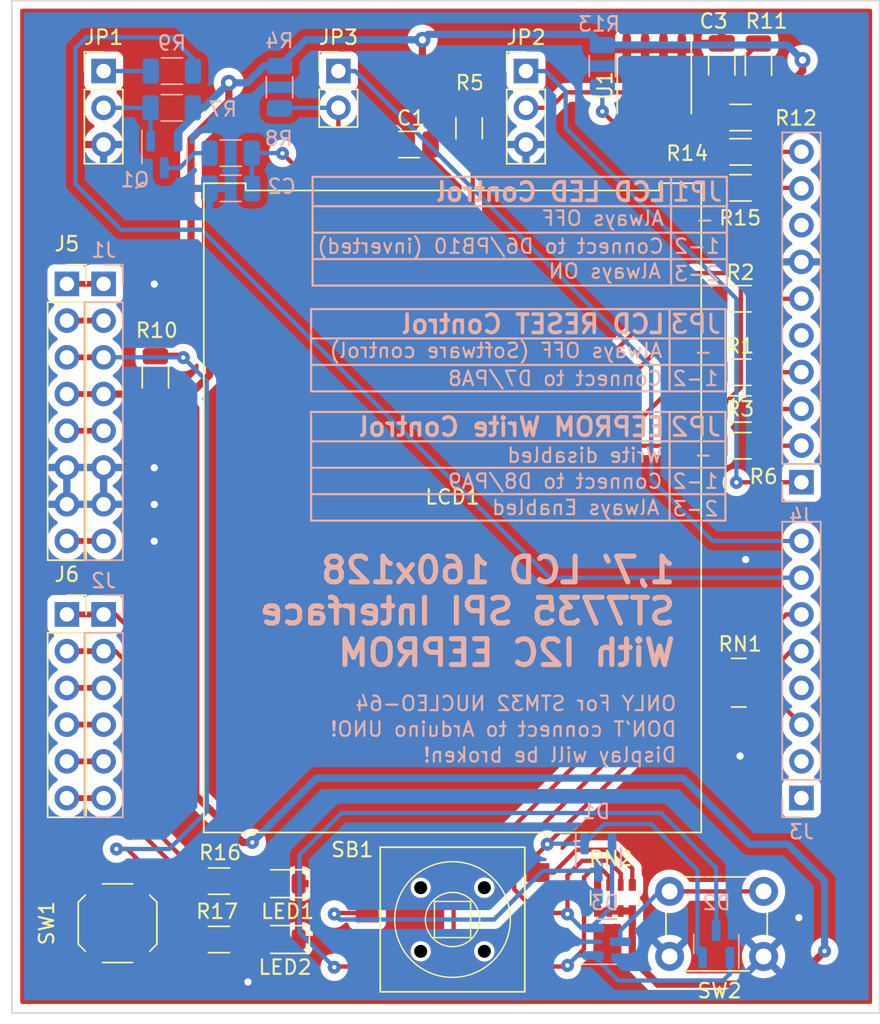
<source format=kicad_pcb>
(kicad_pcb (version 20221018) (generator pcbnew)
  (layers (0 "F.Cu" signal) (31 "B.Cu" signal) (34 "B.Paste" user) (35 "F.Paste" user) (36 "B.SilkS" user "B.Silkscreen") (37 "F.SilkS" user "F.Silkscreen") (38 "B.Mask" user) (39 "F.Mask" user) (44 "Edge.Cuts" user))
  (net 0 "")
  (net 3 "GND")
  (net 4 "/LCD_LED")
  (net 5 "/~{LCD_RESET}")
  (net 6 "/LCD_D{slash}CX")
  (net 7 "/LCD_SDA")
  (net 8 "/LCD_SCK")
  (net 9 "+3.3V")
  (net 10 "/~{LCD_CS}")
  (net 11 "/_NC1")
  (net 12 "/IOREF")
  (net 13 "/~{RESET}")
  (net 14 "+5V")
  (net 15 "/VIN")
  (net 16 "/A0(PA0)")
  (net 17 "/A1(PA1)")
  (net 18 "/A2")
  (net 19 "/A3")
  (net 20 "/A4{slash}SDA")
  (net 21 "/A5{slash}SCL")
  (net 22 "/RX{slash}D0")
  (net 23 "/TX{slash}D1")
  (net 24 "/D2(PA10)")
  (net 25 "/PWM{slash}D3{slash}SWO")
  (net 26 "/D4(PB5)")
  (net 27 "/PWM{slash}D5(PB4)")
  (net 28 "/PWM{slash}D6(PB10)")
  (net 29 "/D7(PA8)")
  (net 30 "/D8(PA9)")
  (net 31 "/PWM{slash}D9(PC7)")
  (net 32 "/PWM{slash}CS{slash}D10(PB6)")
  (net 33 "/MOSI{slash}D11(PA7)")
  (net 34 "/MISO{slash}D12")
  (net 35 "/SCK{slash}D13(PA5)")
  (net 36 "/AVDD")
  (net 37 "/SDA{slash}D14(PB9)")
  (net 38 "/SCL{slash}D15(PB8)")
  (net 39 "/~{EE_WC}")
  (net 40 "/EE_SCL")
  (net 41 "/EE_SDA")
  (net 43 "/BT3")
  (net 44 "/BT2")
  (net 45 "/BT1")
  (net 47 "Net-(JP1-Pin_1)")
  (net 48 "Net-(JP1-Pin_2)")
  (net 49 "Net-(Q1-D)")
  (net 50 "Net-(SB1-P1.2)")
  (net 51 "Net-(SB1-P1.3)")
  (net 52 "Net-(D3-Pad3)")
  (net 54 "Net-(LED1-A)")
  (net 55 "Net-(LED2-A)")
  (footprint "Capacitor_SMD:C_1206_3216Metric" (layer "F.Cu") (at 127.4828 59.944 180)
    (fp_text reference "C1")
    (fp_text value "1u")
  )
  (footprint "Resistor_SMD:R_1206_3216Metric" (layer "F.Cu") (at 150.3934 60.452)
    (fp_text reference "R14")
    (fp_text value "0")
  )
  (footprint "LED_SMD:LED_0805_2012Metric" (layer "F.Cu") (at 118.8976 111.059 180)
    (fp_text reference "LED1")
    (fp_text value "LED")
  )
  (footprint "Connector_PinHeader_2.54mm:PinHeader_1x02_P2.54mm_Vertical" (layer "F.Cu") (at 122.5872 54.864)
    (fp_text reference "JP3")
    (fp_text value "Conn_01x02_Pin")
  )
  (footprint "Resistor_SMD:R_1206_3216Metric" (layer "F.Cu") (at 150.3934 78.232)
    (fp_text reference "R3")
    (fp_text value "0")
  )
  (footprint "Resistor_SMD:R_1206_3216Metric" (layer "F.Cu") (at 131.6268 58.8157 -90)
    (fp_text reference "R5")
    (fp_text value "10k")
  )
  (footprint "K1-1504SA-03:K1-1504SA-03" (layer "F.Cu") (at 130.48 113.538)
    (fp_text reference "SB1")
    (fp_text value "~")
  )
  (footprint "Resistor_SMD:R_1206_3216Metric" (layer "F.Cu") (at 114.3256 110.882 180)
    (fp_text reference "R16")
    (fp_text value "470")
  )
  (footprint "Package_SO:SOIC-8_3.9x4.9mm_P1.27mm" (layer "F.Cu") (at 144.4336 55.856 -90)
    (fp_text reference "U1")
    (fp_text value "M24C08-RMN")
  )
  (footprint "GMT177-01:GMT177-01" (layer "F.Cu") (at 130.48 84.82)
    (fp_text reference "LCD1")
    (fp_text value "~")
  )
  (footprint "Connector_PinSocket_2.54mm:PinSocket_1x06_P2.54mm_Vertical" (layer "F.Cu") (at 103.81 92.44)
    (fp_text reference "J6")
    (fp_text value "EXT_ANALOG")
  )
  (footprint "Resistor_SMD:R_1206_3216Metric" (layer "F.Cu") (at 150.3934 80.772)
    (fp_text reference "R6")
    (fp_text value "0")
  )
  (footprint "Resistor_SMD:R_Array_Convex_4x0603" (layer "F.Cu") (at 150.2808 97.1612 180)
    (fp_text reference "RN1")
    (fp_text value "470")
  )
  (footprint "Resistor_SMD:R_1206_3216Metric" (layer "F.Cu") (at 114.3256 114.92 180)
    (fp_text reference "R17")
    (fp_text value "470")
  )
  (footprint "Button_Switch_SMD:SW_SPST_SKQG_WithStem" (layer "F.Cu") (at 107.3152 113.792 -90)
    (fp_text reference "SW1")
    (fp_text value "SW_MEC_5E")
  )
  (footprint "Resistor_SMD:R_1206_3216Metric" (layer "F.Cu") (at 150.3934 62.9412)
    (fp_text reference "R15")
    (fp_text value "0")
  )
  (footprint "Connector_PinHeader_2.54mm:PinHeader_1x03_P2.54mm_Vertical" (layer "F.Cu") (at 135.56 54.864)
    (fp_text reference "JP2")
    (fp_text value "Conn_01x03_Pin")
  )
  (footprint "LED_SMD:LED_0805_2012Metric" (layer "F.Cu") (at 118.8976 114.92 180)
    (fp_text reference "LED2")
    (fp_text value "LED")
  )
  (footprint "Resistor_SMD:R_1206_3216Metric" (layer "F.Cu") (at 151.638 54.42 -90)
    (fp_text reference "R11")
    (fp_text value "4.7k")
  )
  (footprint "Resistor_SMD:R_1206_3216Metric" (layer "F.Cu") (at 109.9312 76.0476 -90)
    (fp_text reference "R10")
    (fp_text value "100k")
  )
  (footprint "Resistor_SMD:R_1206_3216Metric" (layer "F.Cu") (at 150.3934 75.692)
    (fp_text reference "R1")
    (fp_text value "0")
  )
  (footprint "Connector_PinHeader_2.54mm:PinHeader_1x03_P2.54mm_Vertical" (layer "F.Cu") (at 106.35 54.864)
    (fp_text reference "JP1")
    (fp_text value "Conn_01x03_Pin")
  )
  (footprint "Resistor_SMD:R_1206_3216Metric" (layer "F.Cu") (at 150.3934 58.0776)
    (fp_text reference "R12")
    (fp_text value "2.2k")
  )
  (footprint "Connector_PinSocket_2.54mm:PinSocket_1x08_P2.54mm_Vertical" (layer "F.Cu") (at 103.81 69.58)
    (fp_text reference "J5")
    (fp_text value "EXT_POWER")
  )
  (footprint "Button_Switch_THT:SW_PUSH_6mm_H4.3mm" (layer "F.Cu") (at 151.9924 116.0928 180)
    (fp_text reference "SW2")
    (fp_text value "SW_MEC_5E")
  )
  (footprint "Resistor_SMD:R_Array_Convex_4x0603" (layer "F.Cu") (at 141.7128 112.0504 -90)
    (fp_text reference "RN2")
    (fp_text value "10k")
  )
  (footprint "Resistor_SMD:R_1206_3216Metric" (layer "F.Cu") (at 150.3934 70.612)
    (fp_text reference "R2")
    (fp_text value "0")
  )
  (footprint "Capacitor_SMD:C_1206_3216Metric" (layer "F.Cu") (at 149.098 54.42 90)
    (fp_text reference "C3")
    (fp_text value "0.1u")
  )
  (footprint "Capacitor_SMD:C_1206_3216Metric" (layer "B.Cu") (at 115.1384 62.976 180)
    (fp_text reference "C2")
    (fp_text value "1u")
  )
  (footprint "Resistor_SMD:R_1206_3216Metric" (layer "B.Cu") (at 111.0595 57.404)
    (fp_text reference "R7")
    (fp_text value "10k")
  )
  (footprint "Package_TO_SOT_SMD:SOT-23" (layer "B.Cu") (at 140.5632 109.231 -90)
    (fp_text reference "D1")
    (fp_text value "BAT54C")
  )
  (footprint "Resistor_SMD:R_1206_3216Metric" (layer "B.Cu") (at 111.0744 54.864 180)
    (fp_text reference "R9")
    (fp_text value "330")
  )
  (footprint "Package_TO_SOT_SMD:SOT-23" (layer "B.Cu") (at 148.72 115.225 90)
    (fp_text reference "D2")
    (fp_text value "BAT54C")
  )
  (footprint "Resistor_SMD:R_1206_3216Metric" (layer "B.Cu") (at 118.5164 55.9816 -90)
    (fp_text reference "R4")
    (fp_text value "10k")
  )
  (footprint "Connector_PinHeader_2.54mm:PinHeader_1x08_P2.54mm_Vertical" (layer "B.Cu") (at 106.35 69.58 180)
    (fp_text reference "J1")
    (fp_text value "A_POWER")
  )
  (footprint "Connector_PinHeader_2.54mm:PinHeader_1x06_P2.54mm_Vertical" (layer "B.Cu") (at 106.35 92.44 180)
    (fp_text reference "J2")
    (fp_text value "A_ANALOG")
  )
  (footprint "Connector_PinHeader_2.54mm:PinHeader_1x10_P2.54mm_Vertical" (layer "B.Cu") (at 154.61 83.3)
    (fp_text reference "J4")
    (fp_text value "A_DIGITAL2")
  )
  (footprint "Resistor_SMD:R_1206_3216Metric" (layer "B.Cu") (at 115.1384 60.5376 180)
    (fp_text reference "R8")
    (fp_text value "6.8")
  )
  (footprint "Resistor_SMD:R_1206_3216Metric" (layer "B.Cu") (at 140.8432 54.5216 90)
    (fp_text reference "R13")
    (fp_text value "2.2k")
  )
  (footprint "Connector_PinHeader_2.54mm:PinHeader_1x08_P2.54mm_Vertical" (layer "B.Cu") (at 154.61 105.14)
    (fp_text reference "J3")
    (fp_text value "A_DIGITAL1")
  )
  (footprint "Package_TO_SOT_SMD:SOT-23" (layer "B.Cu") (at 141.148 115.075)
    (fp_text reference "D3")
    (fp_text value "BAT54C")
  )
  (footprint "Package_TO_SOT_SMD:SOT-23" (layer "B.Cu") (at 110.556 60.6275 -90)
    (fp_text reference "Q1")
    (fp_text value "IRLML6402")
  )
  (gr_line (start 120.7008 80.4672) (end 149.352 80.4672) (stroke (width 0.15)) (layer "B.SilkS"))
  (gr_line (start 120.7008 78.4352) (end 149.352 78.4352) (stroke (width 0.15)) (layer "B.SilkS"))
  (gr_line (start 145.4912 78.4352) (end 145.4912 85.9536) (stroke (width 0.15)) (layer "B.SilkS"))
  (gr_line (start 120.7008 85.9536) (end 149.352 85.9536) (stroke (width 0.15)) (layer "B.SilkS"))
  (gr_line (start 120.7008 71.3128) (end 120.7008 77.0128) (stroke (width 0.15)) (layer "B.SilkS"))
  (gr_line (start 120.7008 84.1248) (end 149.352 84.1248) (stroke (width 0.15)) (layer "B.SilkS"))
  (gr_line (start 149.352 71.3232) (end 149.352 77.0128) (stroke (width 0.15)) (layer "B.SilkS"))
  (gr_line (start 120.8024 64.2112) (end 149.4536 64.2112) (stroke (width 0.15)) (layer "B.SilkS"))
  (gr_line (start 120.7008 75.184) (end 149.352 75.184) (stroke (width 0.15)) (layer "B.SilkS"))
  (gr_line (start 120.8024 69.6976) (end 149.4536 69.6976) (stroke (width 0.15)) (layer "B.SilkS"))
  (gr_line (start 120.7008 82.296) (end 149.352 82.296) (stroke (width 0.15)) (layer "B.SilkS"))
  (gr_line (start 145.5928 62.1792) (end 145.5928 69.6976) (stroke (width 0.15)) (layer "B.SilkS"))
  (gr_line (start 120.7008 71.3232) (end 149.352 71.3232) (stroke (width 0.15)) (layer "B.SilkS"))
  (gr_line (start 120.8024 67.8688) (end 149.4536 67.8688) (stroke (width 0.15)) (layer "B.SilkS"))
  (gr_line (start 145.4912 71.3232) (end 145.4912 77.0128) (stroke (width 0.15)) (layer "B.SilkS"))
  (gr_line (start 149.352 78.4352) (end 149.352 85.9536) (stroke (width 0.15)) (layer "B.SilkS"))
  (gr_line (start 120.7008 77.0128) (end 149.352 77.0128) (stroke (width 0.15)) (layer "B.SilkS"))
  (gr_line (start 149.4536 62.1792) (end 149.4536 69.6976) (stroke (width 0.15)) (layer "B.SilkS"))
  (gr_line (start 120.8024 62.1688) (end 120.8024 69.6872) (stroke (width 0.15)) (layer "B.SilkS"))
  (gr_line (start 120.7008 73.3552) (end 149.352 73.3552) (stroke (width 0.15)) (layer "B.SilkS"))
  (gr_line (start 120.8024 62.1792) (end 149.4536 62.1792) (stroke (width 0.15)) (layer "B.SilkS"))
  (gr_line (start 120.8024 66.04) (end 149.4536 66.04) (stroke (width 0.15)) (layer "B.SilkS"))
  (gr_line (start 120.7008 78.4248) (end 120.7008 85.9432) (stroke (width 0.15)) (layer "B.SilkS"))
  (gr_line locked (start 160 50) (end 160 120) (stroke (width 0.1)) (layer "Edge.Cuts"))
  (gr_line locked (start 100 50) (end 160 50) (stroke (width 0.1)) (layer "Edge.Cuts"))
  (gr_line locked (start 100 120) (end 100 50) (stroke (width 0.1)) (layer "Edge.Cuts"))
  (gr_line locked (start 160 120) (end 100 120) (stroke (width 0.1)) (layer "Edge.Cuts"))
  (gr_text "Write disabled" (at 145.0848 82.0216) (layer "B.SilkS") (effects (font (size 1 1)) (justify left bottom mirror)))
  (gr_text "-" (at 148.6408 65.7156) (layer "B.SilkS") (effects (font (size 1 1)) (justify left bottom mirror)))
  (gr_text "Connect to D8/PA9" (at 145.0848 83.8216) (layer "B.SilkS") (effects (font (size 1 1)) (justify left bottom mirror)))
  (gr_text "EEPROM Write Control" (at 145.288 80.2216) (layer "B.SilkS") (effects (font (size 1.27 1.27) (thickness 0.254) bold) (justify left bottom mirror)))
  (gr_text "LCD RESET Control" (at 145.288 73.1096) (layer "B.SilkS") (effects (font (size 1.27 1.27) (thickness 0.254) bold) (justify left bottom mirror)))
  (gr_text "2-3" (at 148.9456 85.7216) (layer "B.SilkS") (effects (font (size 1 1)) (justify left bottom mirror)))
  (gr_text "1,7' LCD 160x128" (at 146.05 90.424) (layer "B.SilkS") (effects (font (size 1.778 1.778) (thickness 0.3556) bold) (justify left bottom mirror)))
  (gr_text "With I2C EEPROM" (at 146.05 96.139) (layer "B.SilkS") (effects (font (size 1.778 1.778) (thickness 0.3556) bold) (justify left bottom mirror)))
  (gr_text "LCD LED Control" (at 145.3896 63.9656) (layer "B.SilkS") (effects (font (size 1.27 1.27) (thickness 0.254) bold) (justify left bottom mirror)))
  (gr_text "ONLY For STM32 NUCLEO-64" (at 146.05 99.187) (layer "B.SilkS") (effects (font (size 1 1)) (justify left bottom mirror)))
  (gr_text "1-2" (at 148.9456 83.8216) (layer "B.SilkS") (effects (font (size 1 1)) (justify left bottom mirror)))
  (gr_text "Always OFF (Software control)" (at 145.0848 74.7776) (layer "B.SilkS") (effects (font (size 1 1)) (justify left bottom mirror)))
  (gr_text "2-3" (at 149.0472 69.4656) (layer "B.SilkS") (effects (font (size 1 1)) (justify left bottom mirror)))
  (gr_text "JP2" (at 149.1488 80.2216) (layer "B.SilkS") (effects (font (size 1.27 1.27) (thickness 0.2) bold) (justify left bottom mirror)))
  (gr_text "JP3" (at 149.1488 73.1096) (layer "B.SilkS") (effects (font (size 1.27 1.27) (thickness 0.2) bold) (justify left bottom mirror)))
  (gr_text "1-2" (at 149.0472 67.5656) (layer "B.SilkS") (effects (font (size 1 1)) (justify left bottom mirror)))
  (gr_text "-" (at 148.5392 81.9716) (layer "B.SilkS") (effects (font (size 1 1)) (justify left bottom mirror)))
  (gr_text "DON'T connect to Arduino UNO!" (at 146.05 100.965) (layer "B.SilkS") (effects (font (size 1 1)) (justify left bottom mirror)))
  (gr_text "Connect to D7/PA8" (at 145.0848 76.7096) (layer "B.SilkS") (effects (font (size 1 1)) (justify left bottom mirror)))
  (gr_text "JP1" (at 149.2504 63.9656) (layer "B.SilkS") (effects (font (size 1.27 1.27) (thickness 0.2) bold) (justify left bottom mirror)))
  (gr_text "Display will be broken!" (at 146.05 102.743) (layer "B.SilkS") (effects (font (size 1 1)) (justify left bottom mirror)))
  (gr_text "Always OFF" (at 145.1864 65.6336) (layer "B.SilkS") (effects (font (size 1 1)) (justify left bottom mirror)))
  (gr_text "Always ON" (at 144.9832 69.2912) (layer "B.SilkS") (effects (font (size 1 1)) (justify left bottom mirror)))
  (gr_text "-" (at 148.5392 74.8596) (layer "B.SilkS") (effects (font (size 1 1)) (justify left bottom mirror)))
  (gr_text "1-2" (at 148.9456 76.7096) (layer "B.SilkS") (effects (font (size 1 1)) (justify left bottom mirror)))
  (gr_text "Connect to D6/PB10 (inverted)" (at 145.1864 67.5656) (layer "B.SilkS") (effects (font (size 1 1)) (justify left bottom mirror)))
  (gr_text "Always Enabled" (at 144.8816 85.6384) (layer "B.SilkS") (effects (font (size 1 1)) (justify left bottom mirror)))
  (gr_text "ST7735 SPI Interface" (at 146.05 93.2688) (layer "B.SilkS") (effects (font (size 1.778 1.778) (thickness 0.3556) bold) (justify left bottom mirror)))
  (segment (start 134.68 72.82) (end 134.68 75.3964) (width 0.4) (layer "F.Cu") (net 3))
  (segment (start 128.28 72.82) (end 128.28 76.19) (width 0.4) (layer "F.Cu") (net 3))
  (segment (start 126.6952 76.0984) (end 126.68 76.0832) (width 0.3) (layer "F.Cu") (net 3))
  (segment (start 125.88 72.82) (end 125.88 76.1468) (width 0.4) (layer "F.Cu") (net 3))
  (segment (start 128.28 72.82) (end 128.28 68.844) (width 0.4) (layer "F.Cu") (net 3))
  (segment (start 134.68 75.3964) (end 134.8232 75.5396) (width 0.4) (layer "F.Cu") (net 3))
  (segment (start 128.28 68.844) (end 127.381 67.945) (width 0.4) (layer "F.Cu") (net 3))
  (segment (start 125.88 72.82) (end 125.88 69.954) (width 0.4) (layer "F.Cu") (net 3))
  (segment (start 126.68 76.0832) (end 126.68 72.82) (width 0.4) (layer "F.Cu") (net 3))
  (segment (start 134.68 72.82) (end 134.68 67.624) (width 0.4) (layer "F.Cu") (net 3))
  (segment (start 125.88 69.954) (end 125.8824 69.9516) (width 0.3) (layer "F.Cu") (net 3))
  (segment (start 134.68 67.624) (end 134.366 67.31) (width 0.4) (layer "F.Cu") (net 3))
  (segment (start 125.8824 76.1492) (end 125.88 76.1468) (width 0.3) (layer "F.Cu") (net 3))
  (via (at 116.332 117.856) (size 1.1) (drill 0.5) (layers "F.Cu" "B.Cu") (net 3))
  (via (at 154.432 113.411) (size 1.1) (drill 0.5) (layers "F.Cu" "B.Cu") (net 3))
  (via (at 150.749 88.646) (size 1.1) (drill 0.5) (layers "F.Cu" "B.Cu") (net 3))
  (via (at 109.855 69.596) (size 1.1) (drill 0.5) (layers "F.Cu" "B.Cu") (net 3))
  (via (at 109.855 87.376) (size 1.1) (drill 0.5) (layers "F.Cu" "B.Cu") (net 3))
  (via (at 150.368 102.235) (size 1.1) (drill 0.5) (layers "F.Cu" "B.Cu") (net 3))
  (via (at 109.855 82.296) (size 1.1) (drill 0.5) (layers "F.Cu" "B.Cu") (net 3))
  (via (at 109.855 84.836) (size 1.1) (drill 0.5) (layers "F.Cu" "B.Cu") (net 3))
  (segment (start 127.48 69.314) (end 127.48 72.82) (width 0.3) (layer "F.Cu") (net 4))
  (segment (start 118.7196 60.5536) (end 127.48 69.314) (width 0.3) (layer "F.Cu") (net 4))
  (via (at 118.7196 60.5536) (size 0.9) (drill 0.3) (layers "F.Cu" "B.Cu") (net 4))
  (segment (start 116.6009 62.9635) (end 116.6134 62.976) (width 0.3) (layer "B.Cu") (net 4))
  (segment (start 116.6009 60.5376) (end 116.6009 62.9635) (width 0.3) (layer "B.Cu") (net 4))
  (segment (start 118.7036 60.5376) (end 118.7196 60.5536) (width 0.3) (layer "B.Cu") (net 4))
  (segment (start 116.6009 60.5376) (end 118.7036 60.5376) (width 0.3) (layer "B.Cu") (net 4))
  (segment (start 129.08 66.9008) (end 129.08 72.82) (width 0.3) (layer "F.Cu") (net 5))
  (segment (start 122.5872 60.408) (end 129.08 66.9008) (width 0.3) (layer "F.Cu") (net 5))
  (segment (start 122.5872 57.404) (end 122.5872 60.408) (width 0.3) (layer "F.Cu") (net 5))
  (segment (start 118.5232 57.5965) (end 118.7157 57.404) (width 0.3) (layer "B.Cu") (net 5))
  (segment (start 118.7157 57.404) (end 122.5872 57.404) (width 0.3) (layer "B.Cu") (net 5))
  (segment (start 134.5692 80.772) (end 129.88 76.0828) (width 0.3) (layer "F.Cu") (net 6))
  (segment (start 148.9309 80.772) (end 134.5692 80.772) (width 0.3) (layer "F.Cu") (net 6))
  (segment (start 129.88 76.0828) (end 129.88 72.82) (width 0.3) (layer "F.Cu") (net 6))
  (segment (start 148.9309 75.692) (end 146.7104 75.692) (width 0.3) (layer "F.Cu") (net 7))
  (segment (start 146.7104 75.692) (end 143.6624 78.74) (width 0.3) (layer "F.Cu") (net 7))
  (segment (start 130.68 75.4604) (end 130.68 72.82) (width 0.3) (layer "F.Cu") (net 7))
  (segment (start 133.9596 78.74) (end 130.68 75.4604) (width 0.3) (layer "F.Cu") (net 7))
  (segment (start 143.6624 78.74) (end 133.9596 78.74) (width 0.3) (layer "F.Cu") (net 7))
  (segment (start 131.48 74.9904) (end 131.48 72.82) (width 0.3) (layer "F.Cu") (net 8))
  (segment (start 134.0612 77.5716) (end 131.48 74.9904) (width 0.3) (layer "F.Cu") (net 8))
  (segment (start 148.1836 70.612) (end 141.224 77.5716) (width 0.3) (layer "F.Cu") (net 8))
  (segment (start 141.224 77.5716) (end 134.0612 77.5716) (width 0.3) (layer "F.Cu") (net 8))
  (segment (start 148.9309 70.612) (end 148.1836 70.612) (width 0.3) (layer "F.Cu") (net 8))
  (segment (start 153.924 118.0084) (end 144.6784 118.0084) (width 0.5) (layer "F.Cu") (net 9))
  (segment (start 154.686 54.864) (end 153.6675 55.8825) (width 0.5) (layer "F.Cu") (net 9))
  (segment (start 151.6255 55.895) (end 151.638 55.8825) (width 0.3) (layer "F.Cu") (net 9))
  (segment (start 130.9624 62.8396) (end 128.9578 60.835) (width 0.3) (layer "F.Cu") (net 9))
  (segment (start 106.35 77.2) (end 109.7267 77.2) (width 0.5) (layer "F.Cu") (net 9))
  (segment (start 142.9128 112.9504) (end 142.1128 112.9504) (width 0.5) (layer "F.Cu") (net 9))
  (segment (start 151.8559 56.1004) (end 151.8559 58.0776) (width 0.5) (layer "F.Cu") (net 9))
  (segment (start 103.81 77.2) (end 106.35 77.2) (width 0.4) (layer "F.Cu") (net 9))
  (segment (start 154.686 54.102) (end 154.686 54.864) (width 0.5) (layer "F.Cu") (net 9))
  (segment (start 128.397 52.705) (end 128.397 54.1234) (width 0.5) (layer "F.Cu") (net 9))
  (segment (start 130.9624 66.9544) (end 130.9624 62.8396) (width 0.3) (layer "F.Cu") (net 9))
  (segment (start 128.9578 60.835) (end 128.9578 59.944) (width 0.3) (layer "F.Cu") (net 9))
  (segment (start 115.9764 108.204) (end 112.7252 104.9528) (width 0.5) (layer "F.Cu") (net 9))
  (segment (start 146.3386 57.8266) (end 148.2702 55.895) (width 0.5) (layer "F.Cu") (net 9))
  (segment (start 112.7252 78.1812) (end 112.0541 77.5101) (width 0.5) (layer "F.Cu") (net 9))
  (segment (start 133.08 72.82) (end 133.08 69.072) (width 0.3) (layer "F.Cu") (net 9))
  (segment (start 132.28 72.82) (end 132.28 68.272) (width 0.3) (layer "F.Cu") (net 9))
  (segment (start 146.3386 58.331) (end 146.3386 57.8266) (width 0.5) (layer "F.Cu") (net 9))
  (segment (start 131.6268 57.3532) (end 130.7338 57.3532) (width 0.5) (layer "F.Cu") (net 9))
  (segment (start 133.08 69.072) (end 132.1816 68.1736) (width 0.3) (layer "F.Cu") (net 9))
  (segment (start 112.395 59.563) (end 112.395 72.517) (width 0.5) (layer "F.Cu") (net 9))
  (segment (start 116.6368 108.204) (end 115.9764 108.204) (width 0.5) (layer "F.Cu") (net 9))
  (segment (start 113.665 73.787) (end 113.665 75.8992) (width 0.5) (layer "F.Cu") (net 9))
  (segment (start 112.395 72.517) (end 113.665 73.787) (width 0.5) (layer "F.Cu") (net 9))
  (segment (start 141.3128 112.9504) (end 140.5128 112.9504) (width 0.5) (layer "F.Cu") (net 9))
  (segment (start 115.0112 56.9468) (end 112.395 59.563) (width 0.5) (layer "F.Cu") (net 9))
  (segment (start 132.1816 68.1736) (end 130.9624 66.9544) (width 0.3) (layer "F.Cu") (net 9))
  (segment (start 156.21 115.7224) (end 153.924 118.0084) (width 0.5) (layer "F.Cu") (net 9))
  (segment (start 132.28 68.272) (end 132.1816 68.1736) (width 0.3) (layer "F.Cu") (net 9))
  (segment (start 109.9312 77.5101) (end 112.0541 77.5101) (width 0.5) (layer "F.Cu") (net 9))
  (segment (start 109.7267 77.2) (end 109.9352 77.4085) (width 0.3) (layer "F.Cu") (net 9))
  (segment (start 148.2702 55.895) (end 149.098 55.895) (width 0.3) (layer "F.Cu") (net 9))
  (segment (start 128.9578 59.1292) (end 128.9578 59.944) (width 0.5) (layer "F.Cu") (net 9))
  (segment (start 115.0112 55.6768) (end 115.0112 56.9468) (width 0.5) (layer "F.Cu") (net 9))
  (segment (start 113.665 75.8992) (end 112.0541 77.5101) (width 0.5) (layer "F.Cu") (net 9))
  (segment (start 151.638 55.8825) (end 151.8559 56.1004) (width 0.3) (layer "F.Cu") (net 9))
  (segment (start 144.6784 118.0084) (end 142.9128 116.2428) (width 0.5) (layer "F.Cu") (net 9))
  (segment (start 142.9128 116.2428) (end 142.9128 112.9504) (width 0.5) (layer "F.Cu") (net 9))
  (segment (start 142.1128 112.9504) (end 141.3128 112.9504) (width 0.5) (layer "F.Cu") (net 9))
  (segment (start 112.7252 104.9528) (end 112.7252 78.1812) (width 0.5) (layer "F.Cu") (net 9))
  (segment (start 153.6675 55.8825) (end 151.638 55.8825) (width 0.5) (layer "F.Cu") (net 9))
  (segment (start 128.397 54.1234) (end 131.6268 57.3532) (width 0.5) (layer "F.Cu") (net 9))
  (segment (start 130.7338 57.3532) (end 128.9578 59.1292) (width 0.5) (layer "F.Cu") (net 9))
  (segment (start 149.098 55.895) (end 151.6255 55.895) (width 0.5) (layer "F.Cu") (net 9))
  (via (at 154.686 54.102) (size 1.1) (drill 0.5) (layers "F.Cu" "B.Cu") (net 9))
  (via (at 116.6368 108.204) (size 0.9) (drill 0.3) (layers "F.Cu" "B.Cu") (net 9))
  (via (at 156.21 115.7224) (size 0.9) (drill 0.3) (layers "F.Cu" "B.Cu") (net 9))
  (via (at 128.397 52.705) (size 1.1) (drill 0.5) (layers "F.Cu" "B.Cu") (net 9))
  (via (at 115.0112 55.6768) (size 1.1) (drill 0.5) (layers "F.Cu" "B.Cu") (net 9))
  (segment (start 120.3305 52.705) (end 128.397 52.705) (width 0.5) (layer "B.Cu") (net 9))
  (segment (start 140.1081 52.324) (end 140.8432 53.0591) (width 0.5) (layer "B.Cu") (net 9))
  (segment (start 151.003 108.331) (end 153.67 108.331) (width 0.5) (layer "B.Cu") (net 9))
  (segment (start 115.0112 55.6768) (end 116.2812 55.6768) (width 0.5) (layer "B.Cu") (net 9))
  (segment (start 156.21 110.871) (end 156.21 115.7224) (width 0.5) (layer "B.Cu") (net 9))
  (segment (start 128.778 52.324) (end 140.1081 52.324) (width 0.5) (layer "B.Cu") (net 9))
  (segment (start 111.506 59.69) (end 111.506 59.0804) (width 0.5) (layer "B.Cu") (net 9))
  (segment (start 128.397 52.705) (end 128.778 52.324) (width 0.5) (layer "B.Cu") (net 9))
  (segment (start 113.284 57.404) (end 115.0112 55.6768) (width 0.5) (layer "B.Cu") (net 9))
  (segment (start 116.6368 108.204) (end 121.0818 103.759) (width 0.5) (layer "B.Cu") (net 9))
  (segment (start 116.2812 55.6768) (end 117.4389 54.5191) (width 0.5) (layer "B.Cu") (net 9))
  (segment (start 153.6431 53.0591) (end 140.8432 53.0591) (width 0.5) (layer "B.Cu") (net 9))
  (segment (start 154.686 54.102) (end 153.6431 53.0591) (width 0.5) (layer "B.Cu") (net 9))
  (segment (start 153.67 108.331) (end 156.21 110.871) (width 0.5) (layer "B.Cu") (net 9))
  (segment (start 112.522 58.0644) (end 112.522 57.404) (width 0.3) (layer "B.Cu") (net 9))
  (segment (start 146.431 103.759) (end 151.003 108.331) (width 0.5) (layer "B.Cu") (net 9))
  (segment (start 121.0818 103.759) (end 146.431 103.759) (width 0.5) (layer "B.Cu") (net 9))
  (segment (start 112.522 57.404) (end 113.284 57.404) (width 0.5) (layer "B.Cu") (net 9))
  (segment (start 117.4389 54.5191) (end 118.5164 54.5191) (width 0.5) (layer "B.Cu") (net 9))
  (segment (start 118.5164 54.5191) (end 120.3305 52.705) (width 0.5) (layer "B.Cu") (net 9))
  (segment (start 111.506 59.0804) (end 112.522 58.0644) (width 0.5) (layer "B.Cu") (net 9))
  (segment (start 133.88 72.82) (end 133.88 75.8664) (width 0.3) (layer "F.Cu") (net 10))
  (segment (start 147.1168 68.834) (end 149.9108 68.834) (width 0.3) (layer "F.Cu") (net 10))
  (segment (start 150.4188 76.7441) (end 148.9309 78.232) (width 0.3) (layer "F.Cu") (net 10))
  (segment (start 131.8768 66.7004) (end 133.88 68.7036) (width 0.3) (layer "F.Cu") (net 10))
  (segment (start 131.8768 60.5282) (end 131.8768 66.7004) (width 0.3) (layer "F.Cu") (net 10))
  (segment (start 134.4676 76.454) (end 139.4968 76.454) (width 0.3) (layer "F.Cu") (net 10))
  (segment (start 139.4968 76.454) (end 147.1168 68.834) (width 0.3) (layer "F.Cu") (net 10))
  (segment (start 133.88 75.8664) (end 134.4676 76.454) (width 0.3) (layer "F.Cu") (net 10))
  (segment (start 149.9108 68.834) (end 150.4188 69.342) (width 0.3) (layer "F.Cu") (net 10))
  (segment (start 150.4188 69.342) (end 150.4188 76.7441) (width 0.3) (layer "F.Cu") (net 10))
  (segment (start 131.6268 60.2782) (end 131.8768 60.5282) (width 0.3) (layer "F.Cu") (net 10))
  (segment (start 133.88 68.7036) (end 133.88 72.82) (width 0.3) (layer "F.Cu") (net 10))
  (segment (start 103.81 69.58) (end 106.35 69.58) (width 0.4) (layer "F.Cu") (net 11))
  (segment (start 103.81 72.12) (end 106.35 72.12) (width 0.4) (layer "F.Cu") (net 12))
  (segment (start 109.1652 116.892) (end 110.5916 115.4656) (width 0.3) (layer "F.Cu") (net 13))
  (segment (start 111.6691 74.4835) (end 109.9352 74.4835) (width 0.3) (layer "F.Cu") (net 13))
  (segment (start 110.5916 112.1184) (end 109.1652 110.692) (width 0.3) (layer "F.Cu") (net 13))
  (segment (start 110.5916 115.4656) (end 110.5916 112.1184) (width 0.3) (layer "F.Cu") (net 13))
  (segment (start 111.8616 74.676) (end 111.6691 74.4835) (width 0.3) (layer "F.Cu") (net 13))
  (segment (start 107.2388 108.6612) (end 107.979376 108.6612) (width 0.3) (layer "F.Cu") (net 13))
  (segment (start 107.979376 108.6612) (end 109.1652 109.847024) (width 0.3) (layer "F.Cu") (net 13))
  (segment (start 109.1652 109.847024) (end 109.1652 110.692) (width 0.3) (layer "F.Cu") (net 13))
  (segment (start 103.81 74.66) (end 106.35 74.66) (width 0.4) (layer "F.Cu") (net 13))
  (via (at 111.8616 74.676) (size 0.9) (drill 0.3) (layers "F.Cu" "B.Cu") (net 13))
  (via (at 107.2388 108.6612) (size 0.9) (drill 0.3) (layers "F.Cu" "B.Cu") (net 13))
  (segment (start 113.4872 106.0704) (end 113.4872 76.3016) (width 0.3) (layer "B.Cu") (net 13))
  (segment (start 111.8456 74.66) (end 111.8616 74.676) (width 0.3) (layer "B.Cu") (net 13))
  (segment (start 110.8964 108.6612) (end 107.2388 108.6612) (width 0.3) (layer "B.Cu") (net 13))
  (segment (start 113.4872 76.3016) (end 111.8616 74.676) (width 0.3) (layer "B.Cu") (net 13))
  (segment (start 106.35 74.66) (end 111.8456 74.66) (width 0.3) (layer "B.Cu") (net 13))
  (segment (start 113.4872 106.0704) (end 110.8964 108.6612) (width 0.3) (layer "B.Cu") (net 13))
  (segment (start 103.81 79.74) (end 106.35 79.74) (width 0.4) (layer "F.Cu") (net 14))
  (segment (start 103.81 87.36) (end 106.35 87.36) (width 0.4) (layer "F.Cu") (net 15))
  (segment (start 106.35 92.44) (end 107.172 92.44) (width 0.3) (layer "F.Cu") (net 16))
  (segment (start 109.22 106.68) (end 112.8631 110.3231) (width 0.3) (layer "F.Cu") (net 16))
  (segment (start 109.22 94.488) (end 109.22 106.68) (width 0.3) (layer "F.Cu") (net 16))
  (segment (start 103.81 92.44) (end 106.35 92.44) (width 0.4) (layer "F.Cu") (net 16))
  (segment (start 112.8631 110.3231) (end 112.8631 110.882) (width 0.3) (layer "F.Cu") (net 16))
  (segment (start 107.172 92.44) (end 109.22 94.488) (width 0.3) (layer "F.Cu") (net 16))
  (segment (start 103.81 94.98) (end 106.35 94.98) (width 0.4) (layer "F.Cu") (net 17))
  (segment (start 108.458 96.266) (end 108.458 107.061) (width 0.3) (layer "F.Cu") (net 17))
  (segment (start 108.458 107.061) (end 111.379 109.982) (width 0.3) (layer "F.Cu") (net 17))
  (segment (start 111.379 113.4359) (end 112.8631 114.92) (width 0.3) (layer "F.Cu") (net 17))
  (segment (start 111.379 109.982) (end 111.379 113.4359) (width 0.3) (layer "F.Cu") (net 17))
  (segment (start 107.172 94.98) (end 108.458 96.266) (width 0.3) (layer "F.Cu") (net 17))
  (segment (start 106.35 94.98) (end 107.172 94.98) (width 0.3) (layer "F.Cu") (net 17))
  (segment (start 103.81 97.52) (end 106.35 97.52) (width 0.4) (layer "F.Cu") (net 18))
  (segment (start 103.81 100.06) (end 106.35 100.06) (width 0.4) (layer "F.Cu") (net 19))
  (segment (start 103.81 102.6) (end 106.35 102.6) (width 0.4) (layer "F.Cu") (net 20))
  (segment (start 103.81 105.14) (end 106.35 105.14) (width 0.4) (layer "F.Cu") (net 21))
  (segment (start 151.1808 97.5612) (end 152.1112 97.5612) (width 0.3) (layer "F.Cu") (net 24))
  (segment (start 152.1112 97.5612) (end 154.61 100.06) (width 0.3) (layer "F.Cu") (net 24))
  (segment (start 152.0953 96.7612) (end 153.8765 94.98) (width 0.3) (layer "F.Cu") (net 26))
  (segment (start 151.1808 96.7612) (end 152.0953 96.7612) (width 0.3) (layer "F.Cu") (net 26))
  (segment (start 153.8765 94.98) (end 154.61 94.98) (width 0.3) (layer "F.Cu") (net 26))
  (segment (start 153.559 92.44) (end 154.61 92.44) (width 0.3) (layer "F.Cu") (net 27))
  (segment (start 151.1808 95.9612) (end 151.1808 94.8182) (width 0.3) (layer "F.Cu") (net 27))
  (segment (start 151.1808 94.8182) (end 153.559 92.44) (width 0.3) (layer "F.Cu") (net 27))
  (segment (start 112.5369 54.0153) (end 112.5369 54.864) (width 0.3) (layer "B.Cu") (net 28))
  (segment (start 107.5532 65.8368) (end 104.394 62.6776) (width 0.3) (layer "B.Cu") (net 28))
  (segment (start 104.394 53.2892) (end 105.156 52.5272) (width 0.3) (layer "B.Cu") (net 28))
  (segment (start 113.1316 65.8368) (end 107.5532 65.8368) (width 0.3) (layer "B.Cu") (net 28))
  (segment (start 111.0488 52.5272) (end 112.5369 54.0153) (width 0.3) (layer "B.Cu") (net 28))
  (segment (start 154.61 89.9) (end 137.1948 89.9) (width 0.3) (layer "B.Cu") (net 28))
  (segment (start 105.156 52.5272) (end 111.0488 52.5272) (width 0.3) (layer "B.Cu") (net 28))
  (segment (start 104.394 62.6776) (end 104.394 53.2892) (width 0.3) (layer "B.Cu") (net 28))
  (segment (start 137.1948 89.9) (end 113.1316 65.8368) (width 0.3) (layer "B.Cu") (net 28))
  (segment (start 144.2212 83.1088) (end 144.2212 75.3364) (width 0.3) (layer "B.Cu") (net 29))
  (segment (start 123.7488 54.864) (end 122.5872 54.864) (width 0.3) (layer "B.Cu") (net 29))
  (segment (start 148.4724 87.36) (end 144.2212 83.1088) (width 0.3) (layer "B.Cu") (net 29))
  (segment (start 144.2212 75.3364) (end 123.7488 54.864) (width 0.3) (layer "B.Cu") (net 29))
  (segment (start 154.61 87.36) (end 148.4724 87.36) (width 0.3) (layer "B.Cu") (net 29))
  (segment (start 150.126 83.3) (end 150.114 83.312) (width 0.3) (layer "F.Cu") (net 30))
  (segment (start 154.61 83.3) (end 150.126 83.3) (width 0.3) (layer "F.Cu") (net 30))
  (via (at 150.114 83.312) (size 0.9) (drill 0.3) (layers "F.Cu" "B.Cu") (net 30))
  (segment (start 150.114 83.312) (end 150.114 70.612) (width 0.3) (layer "B.Cu") (net 30))
  (segment (start 138.303 58.801) (end 138.303 56.261) (width 0.3) (layer "B.Cu") (net 30))
  (segment (start 136.906 54.864) (end 135.56 54.864) (width 0.3) (layer "B.Cu") (net 30))
  (segment (start 138.303 56.261) (end 136.906 54.864) (width 0.3) (layer "B.Cu") (net 30))
  (segment (start 150.114 70.612) (end 138.303 58.801) (width 0.3) (layer "B.Cu") (net 30))
  (segment (start 154.598 80.772) (end 154.61 80.76) (width 0.3) (layer "F.Cu") (net 31))
  (segment (start 151.8559 80.772) (end 154.598 80.772) (width 0.3) (layer "F.Cu") (net 31))
  (segment (start 151.8559 78.232) (end 154.598 78.232) (width 0.3) (layer "F.Cu") (net 32))
  (segment (start 154.598 78.232) (end 154.61 78.22) (width 0.3) (layer "F.Cu") (net 32))
  (segment (start 151.8559 75.692) (end 154.598 75.692) (width 0.3) (layer "F.Cu") (net 33))
  (segment (start 154.598 75.692) (end 154.61 75.68) (width 0.3) (layer "F.Cu") (net 33))
  (segment (start 154.598 70.612) (end 154.61 70.6) (width 0.3) (layer "F.Cu") (net 35))
  (segment (start 151.8559 70.612) (end 154.598 70.612) (width 0.3) (layer "F.Cu") (net 35))
  (segment (start 151.8559 62.9412) (end 154.5712 62.9412) (width 0.3) (layer "F.Cu") (net 37))
  (segment (start 154.5712 62.9412) (end 154.61 62.98) (width 0.3) (layer "F.Cu") (net 37))
  (segment (start 154.598 60.452) (end 154.61 60.44) (width 0.3) (layer "F.Cu") (net 38))
  (segment (start 151.8559 60.452) (end 154.598 60.452) (width 0.3) (layer "F.Cu") (net 38))
  (segment (start 137.2616 57.404) (end 138.3284 56.3372) (width 0.3) (layer "F.Cu") (net 39))
  (segment (start 148.1836 54.4068) (end 150.1887 54.4068) (width 0.3) (layer "F.Cu") (net 39))
  (segment (start 150.1887 54.4068) (end 151.638 52.9575) (width 0.3) (layer "F.Cu") (net 39))
  (segment (start 138.3284 56.3372) (end 143.9164 56.3372) (width 0.3) (layer "F.Cu") (net 39))
  (segment (start 145.0686 57.4894) (end 145.0686 58.331) (width 0.3) (layer "F.Cu") (net 39))
  (segment (start 145.0686 57.5218) (end 148.1836 54.4068) (width 0.3) (layer "F.Cu") (net 39))
  (segment (start 145.0686 58.331) (end 145.0686 57.5218) (width 0.3) (layer "F.Cu") (net 39))
  (segment (start 143.9164 56.3372) (end 145.0686 57.4894) (width 0.3) (layer "F.Cu") (net 39))
  (segment (start 135.56 57.404) (end 137.2616 57.404) (width 0.3) (layer "F.Cu") (net 39))
  (segment (start 143.7986 59.369) (end 144.8816 60.452) (width 0.3) (layer "F.Cu") (net 40))
  (segment (start 144.8816 60.452) (end 148.9309 60.452) (width 0.3) (layer "F.Cu") (net 40))
  (segment (start 148.9309 58.0776) (end 148.9309 60.452) (width 0.3) (layer "F.Cu") (net 40))
  (segment (start 143.7986 58.331) (end 143.7986 59.369) (width 0.3) (layer "F.Cu") (net 40))
  (segment (start 142.5286 58.331) (end 142.5286 59.7246) (width 0.3) (layer "F.Cu") (net 41))
  (segment (start 142.5286 59.7246) (end 145.7452 62.9412) (width 0.3) (layer "F.Cu") (net 41))
  (segment (start 145.7452 62.9412) (end 148.9309 62.9412) (width 0.3) (layer "F.Cu") (net 41))
  (segment (start 141.516 58.331) (end 142.5286 58.331) (width 0.3) (layer "F.Cu") (net 41))
  (segment (start 140.843 57.658) (end 141.516 58.331) (width 0.3) (layer "F.Cu") (net 41))
  (via (at 140.843 57.658) (size 0.9) (drill 0.3) (layers "F.Cu" "B.Cu") (net 41))
  (segment (start 140.8432 57.6578) (end 140.843 57.658) (width 0.3) (layer "B.Cu") (net 41))
  (segment (start 140.8432 55.9841) (end 140.8432 57.6578) (width 0.3) (layer "B.Cu") (net 41))
  (segment (start 131.572 117.475) (end 130.556 116.459) (width 0.3) (layer "F.Cu") (net 43))
  (segment (start 138.43 116.713) (end 139.573 115.57) (width 0.3) (layer "F.Cu") (net 43))
  (segment (start 136.38 116.788) (end 138.355 116.788) (width 0.3) (layer "F.Cu") (net 43))
  (segment (start 135.693 117.475) (end 131.572 117.475) (width 0.3) (layer "F.Cu") (net 43))
  (segment (start 140.843 110.109) (end 141.3128 110.5788) (width 0.3) (layer "F.Cu") (net 43))
  (segment (start 130.556 116.459) (end 130.556 111.252) (width 0.3) (layer "F.Cu") (net 43))
  (segment (start 130.556 111.252) (end 145.8468 95.9612) (width 0.3) (layer "F.Cu") (net 43))
  (segment (start 139.573 115.57) (end 139.573 110.617) (width 0.3) (layer "F.Cu") (net 43))
  (segment (start 136.38 116.788) (end 135.693 117.475) (width 0.3) (layer "F.Cu") (net 43))
  (segment (start 138.355 116.788) (end 138.43 116.713) (width 0.3) (layer "F.Cu") (net 43))
  (segment (start 145.8468 95.9612) (end 149.3808 95.9612) (width 0.3) (layer "F.Cu") (net 43))
  (segment (start 140.081 110.109) (end 140.843 110.109) (width 0.3) (layer "F.Cu") (net 43))
  (segment (start 139.573 110.617) (end 140.081 110.109) (width 0.3) (layer "F.Cu") (net 43))
  (segment (start 141.3128 110.5788) (end 141.3128 111.1504) (width 0.3) (layer "F.Cu") (net 43))
  (via (at 138.43 116.713) (size 0.9) (drill 0.3) (layers "F.Cu" "B.Cu") (net 43))
  (segment (start 141.9399 117.7544) (end 140.2105 116.025) (width 0.3) (layer "B.Cu") (net 43))
  (segment (start 138.43 116.713) (end 139.118 116.025) (width 0.3) (layer "B.Cu") (net 43))
  (segment (start 139.118 116.025) (end 140.2105 116.025) (width 0.3) (layer "B.Cu") (net 43))
  (segment (start 149.67 116.1625) (end 149.67 117.284) (width 0.3) (layer "B.Cu") (net 43))
  (segment (start 149.1996 117.7544) (end 141.9399 117.7544) (width 0.3) (layer "B.Cu") (net 43))
  (segment (start 149.67 117.284) (end 149.1996 117.7544) (width 0.3) (layer "B.Cu") (net 43))
  (segment (start 142.1128 110.3628) (end 142.1128 111.1504) (width 0.3) (layer "F.Cu") (net 44))
  (segment (start 141.224 109.474) (end 142.1128 110.3628) (width 0.3) (layer "F.Cu") (net 44))
  (segment (start 146.9518 96.7612) (end 149.3808 96.7612) (width 0.3) (layer "F.Cu") (net 44))
  (segment (start 138.361 113.088) (end 138.43 113.157) (width 0.3) (layer "F.Cu") (net 44))
  (segment (start 134.747 111.455) (end 134.747 108.966) (width 0.3) (layer "F.Cu") (net 44))
  (segment (start 136.38 113.088) (end 138.361 113.088) (width 0.3) (layer "F.Cu") (net 44))
  (segment (start 138.43 113.157) (end 138.43 110.49) (width 0.3) (layer "F.Cu") (net 44))
  (segment (start 136.38 113.088) (end 134.747 111.455) (width 0.3) (layer "F.Cu") (net 44))
  (segment (start 134.747 108.966) (end 146.9518 96.7612) (width 0.3) (layer "F.Cu") (net 44))
  (segment (start 138.43 110.49) (end 139.446 109.474) (width 0.3) (layer "F.Cu") (net 44))
  (segment (start 139.446 109.474) (end 141.224 109.474) (width 0.3) (layer "F.Cu") (net 44))
  (via (at 138.43 113.157) (size 0.9) (drill 0.3) (layers "F.Cu" "B.Cu") (net 44))
  (segment (start 141.5132 112.6392) (end 140.2105 113.9419) (width 0.3) (layer "B.Cu") (net 44))
  (segment (start 139.398 114.125) (end 140.2105 114.125) (width 0.3) (layer "B.Cu") (net 44))
  (segment (start 141.5132 108.2935) (end 141.5132 112.6392) (width 0.3) (layer "B.Cu") (net 44))
  (segment (start 140.2105 113.9419) (end 140.2105 114.125) (width 0.3) (layer "B.Cu") (net 44))
  (segment (start 138.43 113.157) (end 139.398 114.125) (width 0.3) (layer "B.Cu") (net 44))
  (segment (start 147.8028 97.5612) (end 149.3808 97.5612) (width 0.3) (layer "F.Cu") (net 45))
  (segment (start 136.38 110.288) (end 136.38 108.984) (width 0.3) (layer "F.Cu") (net 45))
  (segment (start 137.033 108.331) (end 147.8028 97.5612) (width 0.3) (layer "F.Cu") (net 45))
  (segment (start 142.9128 111.1504) (end 142.9128 110.0198) (width 0.3) (layer "F.Cu") (net 45))
  (segment (start 136.38 108.984) (end 137.033 108.331) (width 0.3) (layer "F.Cu") (net 45))
  (segment (start 142.9128 110.0198) (end 141.605 108.712) (width 0.3) (layer "F.Cu") (net 45))
  (segment (start 137.489 110.288) (end 136.38 110.288) (width 0.3) (layer "F.Cu") (net 45))
  (segment (start 141.605 108.712) (end 139.065 108.712) (width 0.3) (layer "F.Cu") (net 45))
  (segment (start 139.065 108.712) (end 137.489 110.288) (width 0.3) (layer "F.Cu") (net 45))
  (via (at 137.033 108.331) (size 0.9) (drill 0.3) (layers "F.Cu" "B.Cu") (net 45))
  (segment (start 147.4216 115.8141) (end 147.4216 110.1344) (width 0.3) (layer "B.Cu") (net 45))
  (segment (start 140.9727 106.934) (end 139.6132 108.2935) (width 0.3) (layer "B.Cu") (net 45))
  (segment (start 144.2212 106.934) (end 140.9727 106.934) (width 0.3) (layer "B.Cu") (net 45))
  (segment (start 137.033 108.331) (end 137.0705 108.2935) (width 0.3) (layer "B.Cu") (net 45))
  (segment (start 137.0705 108.2935) (end 139.6132 108.2935) (width 0.3) (layer "B.Cu") (net 45))
  (segment (start 147.4216 110.1344) (end 144.2212 106.934) (width 0.3) (layer "B.Cu") (net 45))
  (segment (start 147.77 116.1625) (end 147.4216 115.8141) (width 0.3) (layer "B.Cu") (net 45))
  (segment (start 106.35 54.864) (end 109.6119 54.864) (width 0.3) (layer "B.Cu") (net 47))
  (segment (start 106.35 57.404) (end 109.597 57.404) (width 0.3) (layer "B.Cu") (net 48))
  (segment (start 109.597 57.404) (end 109.597 59.681) (width 0.3) (layer "B.Cu") (net 48))
  (segment (start 109.597 59.681) (end 109.606 59.69) (width 0.3) (layer "B.Cu") (net 48))
  (segment (start 110.556 61.565) (end 111.6122 61.565) (width 0.3) (layer "B.Cu") (net 49))
  (segment (start 112.6396 60.5376) (end 113.6759 60.5376) (width 0.3) (layer "B.Cu") (net 49))
  (segment (start 111.6122 61.565) (end 112.6396 60.5376) (width 0.3) (layer "B.Cu") (net 49))
  (segment (start 122.37 113.088) (end 122.301 113.157) (width 0.3) (layer "F.Cu") (net 50))
  (segment (start 124.58 113.088) (end 122.37 113.088) (width 0.3) (layer "F.Cu") (net 50))
  (via (at 122.301 113.157) (size 0.9) (drill 0.3) (layers "F.Cu" "B.Cu") (net 50))
  (segment (start 136.7195 110.1685) (end 140.5632 110.1685) (width 0.3) (layer "B.Cu") (net 50))
  (segment (start 122.682 113.538) (end 133.35 113.538) (width 0.3) (layer "B.Cu") (net 50))
  (segment (start 122.301 113.157) (end 122.682 113.538) (width 0.3) (layer "B.Cu") (net 50))
  (segment (start 133.35 113.538) (end 136.7195 110.1685) (width 0.3) (layer "B.Cu") (net 50))
  (segment (start 122.301 116.84) (end 122.353 116.788) (width 0.3) (layer "F.Cu") (net 51))
  (segment (start 122.353 116.788) (end 124.453 116.788) (width 0.3) (layer "F.Cu") (net 51))
  (via (at 122.301 116.84) (size 0.9) (drill 0.3) (layers "F.Cu" "B.Cu") (net 51))
  (segment (start 144.907 106.172) (end 148.72 109.985) (width 0.3) (layer "B.Cu") (net 51))
  (segment (start 122.809 106.172) (end 144.907 106.172) (width 0.3) (layer "B.Cu") (net 51))
  (segment (start 119.888 109.093) (end 122.809 106.172) (width 0.3) (layer "B.Cu") (net 51))
  (segment (start 119.888 114.427) (end 119.888 109.093) (width 0.3) (layer "B.Cu") (net 51))
  (segment (start 122.301 116.84) (end 119.888 114.427) (width 0.3) (layer "B.Cu") (net 51))
  (segment (start 148.72 109.985) (end 148.72 114.2875) (width 0.3) (layer "B.Cu") (net 51))
  (segment (start 145.4924 111.5928) (end 151.9924 111.5928) (width 0.3) (layer "F.Cu") (net 52))
  (segment (start 144.7948 111.5928) (end 145.4924 111.5928) (width 0.3) (layer "B.Cu") (net 52))
  (segment (start 142.0855 114.3021) (end 144.7948 111.5928) (width 0.3) (layer "B.Cu") (net 52))
  (segment (start 142.0855 115.075) (end 142.0855 114.3021) (width 0.3) (layer "B.Cu") (net 52))
  (segment (start 115.7881 110.882) (end 117.7831 110.882) (width 0.3) (layer "F.Cu") (net 54))
  (segment (start 117.7831 110.882) (end 117.9601 111.059) (width 0.3) (layer "F.Cu") (net 54))
  (segment (start 115.7881 114.92) (end 117.9601 114.92) (width 0.3) (layer "F.Cu") (net 55))
  (zone (net 3) (net_name "GND") (layer "F.Cu") (connect_pads (clearance 0.5)) (min_thickness 0.25) (fill yes (thermal_gap 0.5) (thermal_bridge_width 0.5))
    (polygon (pts (xy 100.584 50.546) (xy 159.512 50.546) (xy 159.512 119.38) (xy 100.584 119.38)))
  )
  (zone (net 3) (net_name "GND") (layer "B.Cu") (priority 1) (connect_pads (clearance 0.5)) (min_thickness 0.25) (fill yes (thermal_gap 0.5) (thermal_bridge_width 0.5))
    (polygon (pts (xy 100.838 50.8) (xy 159.258 50.8) (xy 159.258 119.126) (xy 100.838 119.126)))
  )
)
</source>
